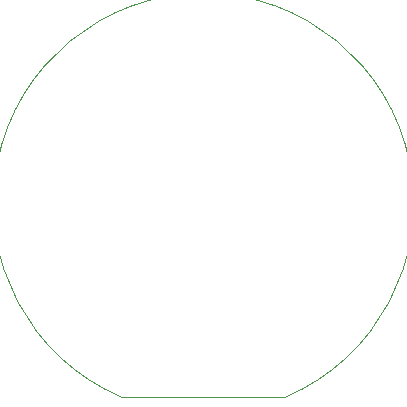
<source format=gts>
G04*
G04 #@! TF.GenerationSoftware,Altium Limited,Altium Designer,22.0.2 (36)*
G04*
G04 Layer_Color=8388736*
%FSLAX25Y25*%
%MOIN*%
G70*
G04*
G04 #@! TF.SameCoordinates,6020ED95-2C93-4A4D-A151-97898FCA3E42*
G04*
G04*
G04 #@! TF.FilePolarity,Negative*
G04*
G01*
G75*
%ADD10C,0.00050*%
D10*
X27213Y-64579D02*
G03*
X-27214Y-64579I-27213J64579D01*
G01*
X-27214D02*
X0D01*
X27213D01*
M02*

</source>
